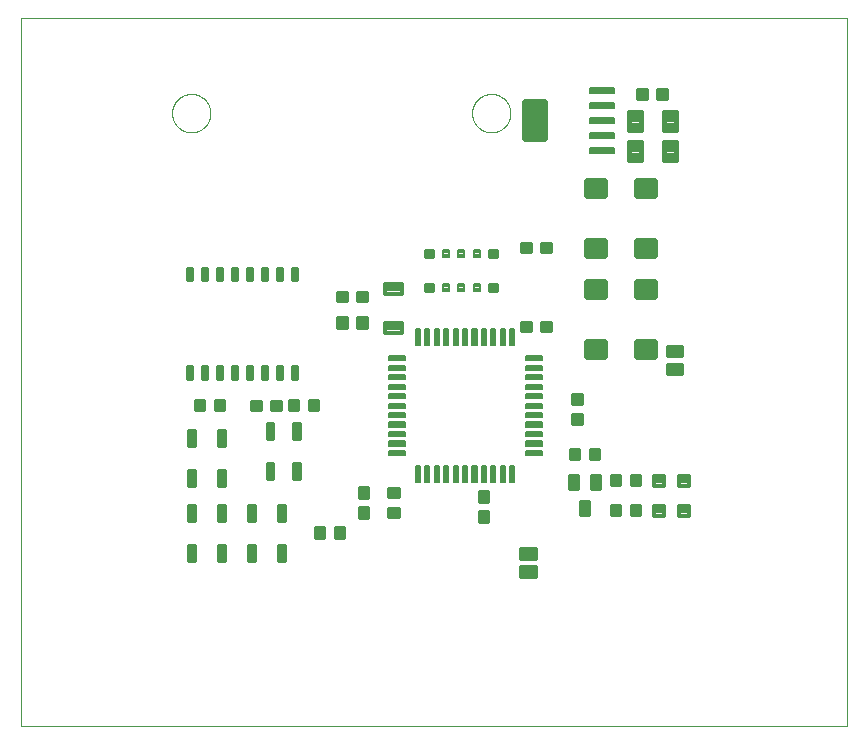
<source format=gtp>
G75*
%MOIN*%
%OFA0B0*%
%FSLAX25Y25*%
%IPPOS*%
%LPD*%
%AMOC8*
5,1,8,0,0,1.08239X$1,22.5*
%
%ADD10C,0.00000*%
%ADD11C,0.00591*%
%ADD12C,0.01181*%
%ADD13C,0.01250*%
%ADD14C,0.00945*%
%ADD15C,0.01417*%
%ADD16C,0.01984*%
%ADD17C,0.00827*%
%ADD18C,0.00650*%
%ADD19C,0.01992*%
%ADD20C,0.01772*%
%ADD21C,0.01380*%
D10*
X0001800Y0001800D02*
X0001800Y0238020D01*
X0277391Y0238020D01*
X0277391Y0001800D01*
X0001800Y0001800D01*
X0052270Y0206170D02*
X0052272Y0206330D01*
X0052278Y0206489D01*
X0052288Y0206648D01*
X0052302Y0206807D01*
X0052320Y0206966D01*
X0052341Y0207124D01*
X0052367Y0207281D01*
X0052397Y0207438D01*
X0052430Y0207594D01*
X0052468Y0207749D01*
X0052509Y0207903D01*
X0052554Y0208056D01*
X0052603Y0208208D01*
X0052656Y0208359D01*
X0052712Y0208508D01*
X0052773Y0208656D01*
X0052836Y0208802D01*
X0052904Y0208947D01*
X0052975Y0209090D01*
X0053049Y0209231D01*
X0053127Y0209370D01*
X0053209Y0209507D01*
X0053294Y0209642D01*
X0053382Y0209775D01*
X0053474Y0209906D01*
X0053568Y0210034D01*
X0053666Y0210160D01*
X0053767Y0210284D01*
X0053871Y0210405D01*
X0053978Y0210523D01*
X0054088Y0210639D01*
X0054201Y0210752D01*
X0054317Y0210862D01*
X0054435Y0210969D01*
X0054556Y0211073D01*
X0054680Y0211174D01*
X0054806Y0211272D01*
X0054934Y0211366D01*
X0055065Y0211458D01*
X0055198Y0211546D01*
X0055333Y0211631D01*
X0055470Y0211713D01*
X0055609Y0211791D01*
X0055750Y0211865D01*
X0055893Y0211936D01*
X0056038Y0212004D01*
X0056184Y0212067D01*
X0056332Y0212128D01*
X0056481Y0212184D01*
X0056632Y0212237D01*
X0056784Y0212286D01*
X0056937Y0212331D01*
X0057091Y0212372D01*
X0057246Y0212410D01*
X0057402Y0212443D01*
X0057559Y0212473D01*
X0057716Y0212499D01*
X0057874Y0212520D01*
X0058033Y0212538D01*
X0058192Y0212552D01*
X0058351Y0212562D01*
X0058510Y0212568D01*
X0058670Y0212570D01*
X0058830Y0212568D01*
X0058989Y0212562D01*
X0059148Y0212552D01*
X0059307Y0212538D01*
X0059466Y0212520D01*
X0059624Y0212499D01*
X0059781Y0212473D01*
X0059938Y0212443D01*
X0060094Y0212410D01*
X0060249Y0212372D01*
X0060403Y0212331D01*
X0060556Y0212286D01*
X0060708Y0212237D01*
X0060859Y0212184D01*
X0061008Y0212128D01*
X0061156Y0212067D01*
X0061302Y0212004D01*
X0061447Y0211936D01*
X0061590Y0211865D01*
X0061731Y0211791D01*
X0061870Y0211713D01*
X0062007Y0211631D01*
X0062142Y0211546D01*
X0062275Y0211458D01*
X0062406Y0211366D01*
X0062534Y0211272D01*
X0062660Y0211174D01*
X0062784Y0211073D01*
X0062905Y0210969D01*
X0063023Y0210862D01*
X0063139Y0210752D01*
X0063252Y0210639D01*
X0063362Y0210523D01*
X0063469Y0210405D01*
X0063573Y0210284D01*
X0063674Y0210160D01*
X0063772Y0210034D01*
X0063866Y0209906D01*
X0063958Y0209775D01*
X0064046Y0209642D01*
X0064131Y0209507D01*
X0064213Y0209370D01*
X0064291Y0209231D01*
X0064365Y0209090D01*
X0064436Y0208947D01*
X0064504Y0208802D01*
X0064567Y0208656D01*
X0064628Y0208508D01*
X0064684Y0208359D01*
X0064737Y0208208D01*
X0064786Y0208056D01*
X0064831Y0207903D01*
X0064872Y0207749D01*
X0064910Y0207594D01*
X0064943Y0207438D01*
X0064973Y0207281D01*
X0064999Y0207124D01*
X0065020Y0206966D01*
X0065038Y0206807D01*
X0065052Y0206648D01*
X0065062Y0206489D01*
X0065068Y0206330D01*
X0065070Y0206170D01*
X0065068Y0206010D01*
X0065062Y0205851D01*
X0065052Y0205692D01*
X0065038Y0205533D01*
X0065020Y0205374D01*
X0064999Y0205216D01*
X0064973Y0205059D01*
X0064943Y0204902D01*
X0064910Y0204746D01*
X0064872Y0204591D01*
X0064831Y0204437D01*
X0064786Y0204284D01*
X0064737Y0204132D01*
X0064684Y0203981D01*
X0064628Y0203832D01*
X0064567Y0203684D01*
X0064504Y0203538D01*
X0064436Y0203393D01*
X0064365Y0203250D01*
X0064291Y0203109D01*
X0064213Y0202970D01*
X0064131Y0202833D01*
X0064046Y0202698D01*
X0063958Y0202565D01*
X0063866Y0202434D01*
X0063772Y0202306D01*
X0063674Y0202180D01*
X0063573Y0202056D01*
X0063469Y0201935D01*
X0063362Y0201817D01*
X0063252Y0201701D01*
X0063139Y0201588D01*
X0063023Y0201478D01*
X0062905Y0201371D01*
X0062784Y0201267D01*
X0062660Y0201166D01*
X0062534Y0201068D01*
X0062406Y0200974D01*
X0062275Y0200882D01*
X0062142Y0200794D01*
X0062007Y0200709D01*
X0061870Y0200627D01*
X0061731Y0200549D01*
X0061590Y0200475D01*
X0061447Y0200404D01*
X0061302Y0200336D01*
X0061156Y0200273D01*
X0061008Y0200212D01*
X0060859Y0200156D01*
X0060708Y0200103D01*
X0060556Y0200054D01*
X0060403Y0200009D01*
X0060249Y0199968D01*
X0060094Y0199930D01*
X0059938Y0199897D01*
X0059781Y0199867D01*
X0059624Y0199841D01*
X0059466Y0199820D01*
X0059307Y0199802D01*
X0059148Y0199788D01*
X0058989Y0199778D01*
X0058830Y0199772D01*
X0058670Y0199770D01*
X0058510Y0199772D01*
X0058351Y0199778D01*
X0058192Y0199788D01*
X0058033Y0199802D01*
X0057874Y0199820D01*
X0057716Y0199841D01*
X0057559Y0199867D01*
X0057402Y0199897D01*
X0057246Y0199930D01*
X0057091Y0199968D01*
X0056937Y0200009D01*
X0056784Y0200054D01*
X0056632Y0200103D01*
X0056481Y0200156D01*
X0056332Y0200212D01*
X0056184Y0200273D01*
X0056038Y0200336D01*
X0055893Y0200404D01*
X0055750Y0200475D01*
X0055609Y0200549D01*
X0055470Y0200627D01*
X0055333Y0200709D01*
X0055198Y0200794D01*
X0055065Y0200882D01*
X0054934Y0200974D01*
X0054806Y0201068D01*
X0054680Y0201166D01*
X0054556Y0201267D01*
X0054435Y0201371D01*
X0054317Y0201478D01*
X0054201Y0201588D01*
X0054088Y0201701D01*
X0053978Y0201817D01*
X0053871Y0201935D01*
X0053767Y0202056D01*
X0053666Y0202180D01*
X0053568Y0202306D01*
X0053474Y0202434D01*
X0053382Y0202565D01*
X0053294Y0202698D01*
X0053209Y0202833D01*
X0053127Y0202970D01*
X0053049Y0203109D01*
X0052975Y0203250D01*
X0052904Y0203393D01*
X0052836Y0203538D01*
X0052773Y0203684D01*
X0052712Y0203832D01*
X0052656Y0203981D01*
X0052603Y0204132D01*
X0052554Y0204284D01*
X0052509Y0204437D01*
X0052468Y0204591D01*
X0052430Y0204746D01*
X0052397Y0204902D01*
X0052367Y0205059D01*
X0052341Y0205216D01*
X0052320Y0205374D01*
X0052302Y0205533D01*
X0052288Y0205692D01*
X0052278Y0205851D01*
X0052272Y0206010D01*
X0052270Y0206170D01*
X0152270Y0206170D02*
X0152272Y0206330D01*
X0152278Y0206489D01*
X0152288Y0206648D01*
X0152302Y0206807D01*
X0152320Y0206966D01*
X0152341Y0207124D01*
X0152367Y0207281D01*
X0152397Y0207438D01*
X0152430Y0207594D01*
X0152468Y0207749D01*
X0152509Y0207903D01*
X0152554Y0208056D01*
X0152603Y0208208D01*
X0152656Y0208359D01*
X0152712Y0208508D01*
X0152773Y0208656D01*
X0152836Y0208802D01*
X0152904Y0208947D01*
X0152975Y0209090D01*
X0153049Y0209231D01*
X0153127Y0209370D01*
X0153209Y0209507D01*
X0153294Y0209642D01*
X0153382Y0209775D01*
X0153474Y0209906D01*
X0153568Y0210034D01*
X0153666Y0210160D01*
X0153767Y0210284D01*
X0153871Y0210405D01*
X0153978Y0210523D01*
X0154088Y0210639D01*
X0154201Y0210752D01*
X0154317Y0210862D01*
X0154435Y0210969D01*
X0154556Y0211073D01*
X0154680Y0211174D01*
X0154806Y0211272D01*
X0154934Y0211366D01*
X0155065Y0211458D01*
X0155198Y0211546D01*
X0155333Y0211631D01*
X0155470Y0211713D01*
X0155609Y0211791D01*
X0155750Y0211865D01*
X0155893Y0211936D01*
X0156038Y0212004D01*
X0156184Y0212067D01*
X0156332Y0212128D01*
X0156481Y0212184D01*
X0156632Y0212237D01*
X0156784Y0212286D01*
X0156937Y0212331D01*
X0157091Y0212372D01*
X0157246Y0212410D01*
X0157402Y0212443D01*
X0157559Y0212473D01*
X0157716Y0212499D01*
X0157874Y0212520D01*
X0158033Y0212538D01*
X0158192Y0212552D01*
X0158351Y0212562D01*
X0158510Y0212568D01*
X0158670Y0212570D01*
X0158830Y0212568D01*
X0158989Y0212562D01*
X0159148Y0212552D01*
X0159307Y0212538D01*
X0159466Y0212520D01*
X0159624Y0212499D01*
X0159781Y0212473D01*
X0159938Y0212443D01*
X0160094Y0212410D01*
X0160249Y0212372D01*
X0160403Y0212331D01*
X0160556Y0212286D01*
X0160708Y0212237D01*
X0160859Y0212184D01*
X0161008Y0212128D01*
X0161156Y0212067D01*
X0161302Y0212004D01*
X0161447Y0211936D01*
X0161590Y0211865D01*
X0161731Y0211791D01*
X0161870Y0211713D01*
X0162007Y0211631D01*
X0162142Y0211546D01*
X0162275Y0211458D01*
X0162406Y0211366D01*
X0162534Y0211272D01*
X0162660Y0211174D01*
X0162784Y0211073D01*
X0162905Y0210969D01*
X0163023Y0210862D01*
X0163139Y0210752D01*
X0163252Y0210639D01*
X0163362Y0210523D01*
X0163469Y0210405D01*
X0163573Y0210284D01*
X0163674Y0210160D01*
X0163772Y0210034D01*
X0163866Y0209906D01*
X0163958Y0209775D01*
X0164046Y0209642D01*
X0164131Y0209507D01*
X0164213Y0209370D01*
X0164291Y0209231D01*
X0164365Y0209090D01*
X0164436Y0208947D01*
X0164504Y0208802D01*
X0164567Y0208656D01*
X0164628Y0208508D01*
X0164684Y0208359D01*
X0164737Y0208208D01*
X0164786Y0208056D01*
X0164831Y0207903D01*
X0164872Y0207749D01*
X0164910Y0207594D01*
X0164943Y0207438D01*
X0164973Y0207281D01*
X0164999Y0207124D01*
X0165020Y0206966D01*
X0165038Y0206807D01*
X0165052Y0206648D01*
X0165062Y0206489D01*
X0165068Y0206330D01*
X0165070Y0206170D01*
X0165068Y0206010D01*
X0165062Y0205851D01*
X0165052Y0205692D01*
X0165038Y0205533D01*
X0165020Y0205374D01*
X0164999Y0205216D01*
X0164973Y0205059D01*
X0164943Y0204902D01*
X0164910Y0204746D01*
X0164872Y0204591D01*
X0164831Y0204437D01*
X0164786Y0204284D01*
X0164737Y0204132D01*
X0164684Y0203981D01*
X0164628Y0203832D01*
X0164567Y0203684D01*
X0164504Y0203538D01*
X0164436Y0203393D01*
X0164365Y0203250D01*
X0164291Y0203109D01*
X0164213Y0202970D01*
X0164131Y0202833D01*
X0164046Y0202698D01*
X0163958Y0202565D01*
X0163866Y0202434D01*
X0163772Y0202306D01*
X0163674Y0202180D01*
X0163573Y0202056D01*
X0163469Y0201935D01*
X0163362Y0201817D01*
X0163252Y0201701D01*
X0163139Y0201588D01*
X0163023Y0201478D01*
X0162905Y0201371D01*
X0162784Y0201267D01*
X0162660Y0201166D01*
X0162534Y0201068D01*
X0162406Y0200974D01*
X0162275Y0200882D01*
X0162142Y0200794D01*
X0162007Y0200709D01*
X0161870Y0200627D01*
X0161731Y0200549D01*
X0161590Y0200475D01*
X0161447Y0200404D01*
X0161302Y0200336D01*
X0161156Y0200273D01*
X0161008Y0200212D01*
X0160859Y0200156D01*
X0160708Y0200103D01*
X0160556Y0200054D01*
X0160403Y0200009D01*
X0160249Y0199968D01*
X0160094Y0199930D01*
X0159938Y0199897D01*
X0159781Y0199867D01*
X0159624Y0199841D01*
X0159466Y0199820D01*
X0159307Y0199802D01*
X0159148Y0199788D01*
X0158989Y0199778D01*
X0158830Y0199772D01*
X0158670Y0199770D01*
X0158510Y0199772D01*
X0158351Y0199778D01*
X0158192Y0199788D01*
X0158033Y0199802D01*
X0157874Y0199820D01*
X0157716Y0199841D01*
X0157559Y0199867D01*
X0157402Y0199897D01*
X0157246Y0199930D01*
X0157091Y0199968D01*
X0156937Y0200009D01*
X0156784Y0200054D01*
X0156632Y0200103D01*
X0156481Y0200156D01*
X0156332Y0200212D01*
X0156184Y0200273D01*
X0156038Y0200336D01*
X0155893Y0200404D01*
X0155750Y0200475D01*
X0155609Y0200549D01*
X0155470Y0200627D01*
X0155333Y0200709D01*
X0155198Y0200794D01*
X0155065Y0200882D01*
X0154934Y0200974D01*
X0154806Y0201068D01*
X0154680Y0201166D01*
X0154556Y0201267D01*
X0154435Y0201371D01*
X0154317Y0201478D01*
X0154201Y0201588D01*
X0154088Y0201701D01*
X0153978Y0201817D01*
X0153871Y0201935D01*
X0153767Y0202056D01*
X0153666Y0202180D01*
X0153568Y0202306D01*
X0153474Y0202434D01*
X0153382Y0202565D01*
X0153294Y0202698D01*
X0153209Y0202833D01*
X0153127Y0202970D01*
X0153049Y0203109D01*
X0152975Y0203250D01*
X0152904Y0203393D01*
X0152836Y0203538D01*
X0152773Y0203684D01*
X0152712Y0203832D01*
X0152656Y0203981D01*
X0152603Y0204132D01*
X0152554Y0204284D01*
X0152509Y0204437D01*
X0152468Y0204591D01*
X0152430Y0204746D01*
X0152397Y0204902D01*
X0152367Y0205059D01*
X0152341Y0205216D01*
X0152320Y0205374D01*
X0152302Y0205533D01*
X0152288Y0205692D01*
X0152278Y0205851D01*
X0152272Y0206010D01*
X0152270Y0206170D01*
D11*
X0153759Y0134163D02*
X0153759Y0128847D01*
X0152381Y0128847D01*
X0152381Y0134163D01*
X0153759Y0134163D01*
X0153759Y0129437D02*
X0152381Y0129437D01*
X0152381Y0130027D02*
X0153759Y0130027D01*
X0153759Y0130617D02*
X0152381Y0130617D01*
X0152381Y0131207D02*
X0153759Y0131207D01*
X0153759Y0131797D02*
X0152381Y0131797D01*
X0152381Y0132387D02*
X0153759Y0132387D01*
X0153759Y0132977D02*
X0152381Y0132977D01*
X0152381Y0133567D02*
X0153759Y0133567D01*
X0153759Y0134157D02*
X0152381Y0134157D01*
X0150609Y0134163D02*
X0150609Y0128847D01*
X0149231Y0128847D01*
X0149231Y0134163D01*
X0150609Y0134163D01*
X0150609Y0129437D02*
X0149231Y0129437D01*
X0149231Y0130027D02*
X0150609Y0130027D01*
X0150609Y0130617D02*
X0149231Y0130617D01*
X0149231Y0131207D02*
X0150609Y0131207D01*
X0150609Y0131797D02*
X0149231Y0131797D01*
X0149231Y0132387D02*
X0150609Y0132387D01*
X0150609Y0132977D02*
X0149231Y0132977D01*
X0149231Y0133567D02*
X0150609Y0133567D01*
X0150609Y0134157D02*
X0149231Y0134157D01*
X0147459Y0134163D02*
X0147459Y0128847D01*
X0146081Y0128847D01*
X0146081Y0134163D01*
X0147459Y0134163D01*
X0147459Y0129437D02*
X0146081Y0129437D01*
X0146081Y0130027D02*
X0147459Y0130027D01*
X0147459Y0130617D02*
X0146081Y0130617D01*
X0146081Y0131207D02*
X0147459Y0131207D01*
X0147459Y0131797D02*
X0146081Y0131797D01*
X0146081Y0132387D02*
X0147459Y0132387D01*
X0147459Y0132977D02*
X0146081Y0132977D01*
X0146081Y0133567D02*
X0147459Y0133567D01*
X0147459Y0134157D02*
X0146081Y0134157D01*
X0144310Y0134163D02*
X0144310Y0128847D01*
X0142932Y0128847D01*
X0142932Y0134163D01*
X0144310Y0134163D01*
X0144310Y0129437D02*
X0142932Y0129437D01*
X0142932Y0130027D02*
X0144310Y0130027D01*
X0144310Y0130617D02*
X0142932Y0130617D01*
X0142932Y0131207D02*
X0144310Y0131207D01*
X0144310Y0131797D02*
X0142932Y0131797D01*
X0142932Y0132387D02*
X0144310Y0132387D01*
X0144310Y0132977D02*
X0142932Y0132977D01*
X0142932Y0133567D02*
X0144310Y0133567D01*
X0144310Y0134157D02*
X0142932Y0134157D01*
X0141160Y0134163D02*
X0141160Y0128847D01*
X0139782Y0128847D01*
X0139782Y0134163D01*
X0141160Y0134163D01*
X0141160Y0129437D02*
X0139782Y0129437D01*
X0139782Y0130027D02*
X0141160Y0130027D01*
X0141160Y0130617D02*
X0139782Y0130617D01*
X0139782Y0131207D02*
X0141160Y0131207D01*
X0141160Y0131797D02*
X0139782Y0131797D01*
X0139782Y0132387D02*
X0141160Y0132387D01*
X0141160Y0132977D02*
X0139782Y0132977D01*
X0139782Y0133567D02*
X0141160Y0133567D01*
X0141160Y0134157D02*
X0139782Y0134157D01*
X0138011Y0134163D02*
X0138011Y0128847D01*
X0136633Y0128847D01*
X0136633Y0134163D01*
X0138011Y0134163D01*
X0138011Y0129437D02*
X0136633Y0129437D01*
X0136633Y0130027D02*
X0138011Y0130027D01*
X0138011Y0130617D02*
X0136633Y0130617D01*
X0136633Y0131207D02*
X0138011Y0131207D01*
X0138011Y0131797D02*
X0136633Y0131797D01*
X0136633Y0132387D02*
X0138011Y0132387D01*
X0138011Y0132977D02*
X0136633Y0132977D01*
X0136633Y0133567D02*
X0138011Y0133567D01*
X0138011Y0134157D02*
X0136633Y0134157D01*
X0134861Y0134163D02*
X0134861Y0128847D01*
X0133483Y0128847D01*
X0133483Y0134163D01*
X0134861Y0134163D01*
X0134861Y0129437D02*
X0133483Y0129437D01*
X0133483Y0130027D02*
X0134861Y0130027D01*
X0134861Y0130617D02*
X0133483Y0130617D01*
X0133483Y0131207D02*
X0134861Y0131207D01*
X0134861Y0131797D02*
X0133483Y0131797D01*
X0133483Y0132387D02*
X0134861Y0132387D01*
X0134861Y0132977D02*
X0133483Y0132977D01*
X0133483Y0133567D02*
X0134861Y0133567D01*
X0134861Y0134157D02*
X0133483Y0134157D01*
X0129743Y0125107D02*
X0129743Y0123729D01*
X0124427Y0123729D01*
X0124427Y0125107D01*
X0129743Y0125107D01*
X0129743Y0124319D02*
X0124427Y0124319D01*
X0124427Y0124909D02*
X0129743Y0124909D01*
X0129743Y0121958D02*
X0129743Y0120580D01*
X0124427Y0120580D01*
X0124427Y0121958D01*
X0129743Y0121958D01*
X0129743Y0121170D02*
X0124427Y0121170D01*
X0124427Y0121760D02*
X0129743Y0121760D01*
X0129743Y0118808D02*
X0129743Y0117430D01*
X0124427Y0117430D01*
X0124427Y0118808D01*
X0129743Y0118808D01*
X0129743Y0118020D02*
X0124427Y0118020D01*
X0124427Y0118610D02*
X0129743Y0118610D01*
X0129743Y0115658D02*
X0129743Y0114280D01*
X0124427Y0114280D01*
X0124427Y0115658D01*
X0129743Y0115658D01*
X0129743Y0114870D02*
X0124427Y0114870D01*
X0124427Y0115460D02*
X0129743Y0115460D01*
X0129743Y0112509D02*
X0129743Y0111131D01*
X0124427Y0111131D01*
X0124427Y0112509D01*
X0129743Y0112509D01*
X0129743Y0111721D02*
X0124427Y0111721D01*
X0124427Y0112311D02*
X0129743Y0112311D01*
X0129743Y0109359D02*
X0129743Y0107981D01*
X0124427Y0107981D01*
X0124427Y0109359D01*
X0129743Y0109359D01*
X0129743Y0108571D02*
X0124427Y0108571D01*
X0124427Y0109161D02*
X0129743Y0109161D01*
X0129743Y0106209D02*
X0129743Y0104831D01*
X0124427Y0104831D01*
X0124427Y0106209D01*
X0129743Y0106209D01*
X0129743Y0105421D02*
X0124427Y0105421D01*
X0124427Y0106011D02*
X0129743Y0106011D01*
X0129743Y0103060D02*
X0129743Y0101682D01*
X0124427Y0101682D01*
X0124427Y0103060D01*
X0129743Y0103060D01*
X0129743Y0102272D02*
X0124427Y0102272D01*
X0124427Y0102862D02*
X0129743Y0102862D01*
X0129743Y0099910D02*
X0129743Y0098532D01*
X0124427Y0098532D01*
X0124427Y0099910D01*
X0129743Y0099910D01*
X0129743Y0099122D02*
X0124427Y0099122D01*
X0124427Y0099712D02*
X0129743Y0099712D01*
X0129743Y0096761D02*
X0129743Y0095383D01*
X0124427Y0095383D01*
X0124427Y0096761D01*
X0129743Y0096761D01*
X0129743Y0095973D02*
X0124427Y0095973D01*
X0124427Y0096563D02*
X0129743Y0096563D01*
X0129743Y0093611D02*
X0129743Y0092233D01*
X0124427Y0092233D01*
X0124427Y0093611D01*
X0129743Y0093611D01*
X0129743Y0092823D02*
X0124427Y0092823D01*
X0124427Y0093413D02*
X0129743Y0093413D01*
X0134861Y0088493D02*
X0134861Y0083177D01*
X0133483Y0083177D01*
X0133483Y0088493D01*
X0134861Y0088493D01*
X0134861Y0083767D02*
X0133483Y0083767D01*
X0133483Y0084357D02*
X0134861Y0084357D01*
X0134861Y0084947D02*
X0133483Y0084947D01*
X0133483Y0085537D02*
X0134861Y0085537D01*
X0134861Y0086127D02*
X0133483Y0086127D01*
X0133483Y0086717D02*
X0134861Y0086717D01*
X0134861Y0087307D02*
X0133483Y0087307D01*
X0133483Y0087897D02*
X0134861Y0087897D01*
X0134861Y0088487D02*
X0133483Y0088487D01*
X0138011Y0088493D02*
X0138011Y0083177D01*
X0136633Y0083177D01*
X0136633Y0088493D01*
X0138011Y0088493D01*
X0138011Y0083767D02*
X0136633Y0083767D01*
X0136633Y0084357D02*
X0138011Y0084357D01*
X0138011Y0084947D02*
X0136633Y0084947D01*
X0136633Y0085537D02*
X0138011Y0085537D01*
X0138011Y0086127D02*
X0136633Y0086127D01*
X0136633Y0086717D02*
X0138011Y0086717D01*
X0138011Y0087307D02*
X0136633Y0087307D01*
X0136633Y0087897D02*
X0138011Y0087897D01*
X0138011Y0088487D02*
X0136633Y0088487D01*
X0141160Y0088493D02*
X0141160Y0083177D01*
X0139782Y0083177D01*
X0139782Y0088493D01*
X0141160Y0088493D01*
X0141160Y0083767D02*
X0139782Y0083767D01*
X0139782Y0084357D02*
X0141160Y0084357D01*
X0141160Y0084947D02*
X0139782Y0084947D01*
X0139782Y0085537D02*
X0141160Y0085537D01*
X0141160Y0086127D02*
X0139782Y0086127D01*
X0139782Y0086717D02*
X0141160Y0086717D01*
X0141160Y0087307D02*
X0139782Y0087307D01*
X0139782Y0087897D02*
X0141160Y0087897D01*
X0141160Y0088487D02*
X0139782Y0088487D01*
X0144310Y0088493D02*
X0144310Y0083177D01*
X0142932Y0083177D01*
X0142932Y0088493D01*
X0144310Y0088493D01*
X0144310Y0083767D02*
X0142932Y0083767D01*
X0142932Y0084357D02*
X0144310Y0084357D01*
X0144310Y0084947D02*
X0142932Y0084947D01*
X0142932Y0085537D02*
X0144310Y0085537D01*
X0144310Y0086127D02*
X0142932Y0086127D01*
X0142932Y0086717D02*
X0144310Y0086717D01*
X0144310Y0087307D02*
X0142932Y0087307D01*
X0142932Y0087897D02*
X0144310Y0087897D01*
X0144310Y0088487D02*
X0142932Y0088487D01*
X0147459Y0088493D02*
X0147459Y0083177D01*
X0146081Y0083177D01*
X0146081Y0088493D01*
X0147459Y0088493D01*
X0147459Y0083767D02*
X0146081Y0083767D01*
X0146081Y0084357D02*
X0147459Y0084357D01*
X0147459Y0084947D02*
X0146081Y0084947D01*
X0146081Y0085537D02*
X0147459Y0085537D01*
X0147459Y0086127D02*
X0146081Y0086127D01*
X0146081Y0086717D02*
X0147459Y0086717D01*
X0147459Y0087307D02*
X0146081Y0087307D01*
X0146081Y0087897D02*
X0147459Y0087897D01*
X0147459Y0088487D02*
X0146081Y0088487D01*
X0150609Y0088493D02*
X0150609Y0083177D01*
X0149231Y0083177D01*
X0149231Y0088493D01*
X0150609Y0088493D01*
X0150609Y0083767D02*
X0149231Y0083767D01*
X0149231Y0084357D02*
X0150609Y0084357D01*
X0150609Y0084947D02*
X0149231Y0084947D01*
X0149231Y0085537D02*
X0150609Y0085537D01*
X0150609Y0086127D02*
X0149231Y0086127D01*
X0149231Y0086717D02*
X0150609Y0086717D01*
X0150609Y0087307D02*
X0149231Y0087307D01*
X0149231Y0087897D02*
X0150609Y0087897D01*
X0150609Y0088487D02*
X0149231Y0088487D01*
X0153759Y0088493D02*
X0153759Y0083177D01*
X0152381Y0083177D01*
X0152381Y0088493D01*
X0153759Y0088493D01*
X0153759Y0083767D02*
X0152381Y0083767D01*
X0152381Y0084357D02*
X0153759Y0084357D01*
X0153759Y0084947D02*
X0152381Y0084947D01*
X0152381Y0085537D02*
X0153759Y0085537D01*
X0153759Y0086127D02*
X0152381Y0086127D01*
X0152381Y0086717D02*
X0153759Y0086717D01*
X0153759Y0087307D02*
X0152381Y0087307D01*
X0152381Y0087897D02*
X0153759Y0087897D01*
X0153759Y0088487D02*
X0152381Y0088487D01*
X0156908Y0088493D02*
X0156908Y0083177D01*
X0155530Y0083177D01*
X0155530Y0088493D01*
X0156908Y0088493D01*
X0156908Y0083767D02*
X0155530Y0083767D01*
X0155530Y0084357D02*
X0156908Y0084357D01*
X0156908Y0084947D02*
X0155530Y0084947D01*
X0155530Y0085537D02*
X0156908Y0085537D01*
X0156908Y0086127D02*
X0155530Y0086127D01*
X0155530Y0086717D02*
X0156908Y0086717D01*
X0156908Y0087307D02*
X0155530Y0087307D01*
X0155530Y0087897D02*
X0156908Y0087897D01*
X0156908Y0088487D02*
X0155530Y0088487D01*
X0160058Y0088493D02*
X0160058Y0083177D01*
X0158680Y0083177D01*
X0158680Y0088493D01*
X0160058Y0088493D01*
X0160058Y0083767D02*
X0158680Y0083767D01*
X0158680Y0084357D02*
X0160058Y0084357D01*
X0160058Y0084947D02*
X0158680Y0084947D01*
X0158680Y0085537D02*
X0160058Y0085537D01*
X0160058Y0086127D02*
X0158680Y0086127D01*
X0158680Y0086717D02*
X0160058Y0086717D01*
X0160058Y0087307D02*
X0158680Y0087307D01*
X0158680Y0087897D02*
X0160058Y0087897D01*
X0160058Y0088487D02*
X0158680Y0088487D01*
X0163208Y0088493D02*
X0163208Y0083177D01*
X0161830Y0083177D01*
X0161830Y0088493D01*
X0163208Y0088493D01*
X0163208Y0083767D02*
X0161830Y0083767D01*
X0161830Y0084357D02*
X0163208Y0084357D01*
X0163208Y0084947D02*
X0161830Y0084947D01*
X0161830Y0085537D02*
X0163208Y0085537D01*
X0163208Y0086127D02*
X0161830Y0086127D01*
X0161830Y0086717D02*
X0163208Y0086717D01*
X0163208Y0087307D02*
X0161830Y0087307D01*
X0161830Y0087897D02*
X0163208Y0087897D01*
X0163208Y0088487D02*
X0161830Y0088487D01*
X0166357Y0088493D02*
X0166357Y0083177D01*
X0164979Y0083177D01*
X0164979Y0088493D01*
X0166357Y0088493D01*
X0166357Y0083767D02*
X0164979Y0083767D01*
X0164979Y0084357D02*
X0166357Y0084357D01*
X0166357Y0084947D02*
X0164979Y0084947D01*
X0164979Y0085537D02*
X0166357Y0085537D01*
X0166357Y0086127D02*
X0164979Y0086127D01*
X0164979Y0086717D02*
X0166357Y0086717D01*
X0166357Y0087307D02*
X0164979Y0087307D01*
X0164979Y0087897D02*
X0166357Y0087897D01*
X0166357Y0088487D02*
X0164979Y0088487D01*
X0175413Y0092233D02*
X0175413Y0093611D01*
X0175413Y0092233D02*
X0170097Y0092233D01*
X0170097Y0093611D01*
X0175413Y0093611D01*
X0175413Y0092823D02*
X0170097Y0092823D01*
X0170097Y0093413D02*
X0175413Y0093413D01*
X0175413Y0095383D02*
X0175413Y0096761D01*
X0175413Y0095383D02*
X0170097Y0095383D01*
X0170097Y0096761D01*
X0175413Y0096761D01*
X0175413Y0095973D02*
X0170097Y0095973D01*
X0170097Y0096563D02*
X0175413Y0096563D01*
X0175413Y0098532D02*
X0175413Y0099910D01*
X0175413Y0098532D02*
X0170097Y0098532D01*
X0170097Y0099910D01*
X0175413Y0099910D01*
X0175413Y0099122D02*
X0170097Y0099122D01*
X0170097Y0099712D02*
X0175413Y0099712D01*
X0175413Y0101682D02*
X0175413Y0103060D01*
X0175413Y0101682D02*
X0170097Y0101682D01*
X0170097Y0103060D01*
X0175413Y0103060D01*
X0175413Y0102272D02*
X0170097Y0102272D01*
X0170097Y0102862D02*
X0175413Y0102862D01*
X0175413Y0104831D02*
X0175413Y0106209D01*
X0175413Y0104831D02*
X0170097Y0104831D01*
X0170097Y0106209D01*
X0175413Y0106209D01*
X0175413Y0105421D02*
X0170097Y0105421D01*
X0170097Y0106011D02*
X0175413Y0106011D01*
X0175413Y0107981D02*
X0175413Y0109359D01*
X0175413Y0107981D02*
X0170097Y0107981D01*
X0170097Y0109359D01*
X0175413Y0109359D01*
X0175413Y0108571D02*
X0170097Y0108571D01*
X0170097Y0109161D02*
X0175413Y0109161D01*
X0175413Y0111131D02*
X0175413Y0112509D01*
X0175413Y0111131D02*
X0170097Y0111131D01*
X0170097Y0112509D01*
X0175413Y0112509D01*
X0175413Y0111721D02*
X0170097Y0111721D01*
X0170097Y0112311D02*
X0175413Y0112311D01*
X0175413Y0114280D02*
X0175413Y0115658D01*
X0175413Y0114280D02*
X0170097Y0114280D01*
X0170097Y0115658D01*
X0175413Y0115658D01*
X0175413Y0114870D02*
X0170097Y0114870D01*
X0170097Y0115460D02*
X0175413Y0115460D01*
X0175413Y0117430D02*
X0175413Y0118808D01*
X0175413Y0117430D02*
X0170097Y0117430D01*
X0170097Y0118808D01*
X0175413Y0118808D01*
X0175413Y0118020D02*
X0170097Y0118020D01*
X0170097Y0118610D02*
X0175413Y0118610D01*
X0175413Y0120580D02*
X0175413Y0121958D01*
X0175413Y0120580D02*
X0170097Y0120580D01*
X0170097Y0121958D01*
X0175413Y0121958D01*
X0175413Y0121170D02*
X0170097Y0121170D01*
X0170097Y0121760D02*
X0175413Y0121760D01*
X0175413Y0123729D02*
X0175413Y0125107D01*
X0175413Y0123729D02*
X0170097Y0123729D01*
X0170097Y0125107D01*
X0175413Y0125107D01*
X0175413Y0124319D02*
X0170097Y0124319D01*
X0170097Y0124909D02*
X0175413Y0124909D01*
X0166357Y0128847D02*
X0166357Y0134163D01*
X0166357Y0128847D02*
X0164979Y0128847D01*
X0164979Y0134163D01*
X0166357Y0134163D01*
X0166357Y0129437D02*
X0164979Y0129437D01*
X0164979Y0130027D02*
X0166357Y0130027D01*
X0166357Y0130617D02*
X0164979Y0130617D01*
X0164979Y0131207D02*
X0166357Y0131207D01*
X0166357Y0131797D02*
X0164979Y0131797D01*
X0164979Y0132387D02*
X0166357Y0132387D01*
X0166357Y0132977D02*
X0164979Y0132977D01*
X0164979Y0133567D02*
X0166357Y0133567D01*
X0166357Y0134157D02*
X0164979Y0134157D01*
X0163208Y0134163D02*
X0163208Y0128847D01*
X0161830Y0128847D01*
X0161830Y0134163D01*
X0163208Y0134163D01*
X0163208Y0129437D02*
X0161830Y0129437D01*
X0161830Y0130027D02*
X0163208Y0130027D01*
X0163208Y0130617D02*
X0161830Y0130617D01*
X0161830Y0131207D02*
X0163208Y0131207D01*
X0163208Y0131797D02*
X0161830Y0131797D01*
X0161830Y0132387D02*
X0163208Y0132387D01*
X0163208Y0132977D02*
X0161830Y0132977D01*
X0161830Y0133567D02*
X0163208Y0133567D01*
X0163208Y0134157D02*
X0161830Y0134157D01*
X0160058Y0134163D02*
X0160058Y0128847D01*
X0158680Y0128847D01*
X0158680Y0134163D01*
X0160058Y0134163D01*
X0160058Y0129437D02*
X0158680Y0129437D01*
X0158680Y0130027D02*
X0160058Y0130027D01*
X0160058Y0130617D02*
X0158680Y0130617D01*
X0158680Y0131207D02*
X0160058Y0131207D01*
X0160058Y0131797D02*
X0158680Y0131797D01*
X0158680Y0132387D02*
X0160058Y0132387D01*
X0160058Y0132977D02*
X0158680Y0132977D01*
X0158680Y0133567D02*
X0160058Y0133567D01*
X0160058Y0134157D02*
X0158680Y0134157D01*
X0156908Y0134163D02*
X0156908Y0128847D01*
X0155530Y0128847D01*
X0155530Y0134163D01*
X0156908Y0134163D01*
X0156908Y0129437D02*
X0155530Y0129437D01*
X0155530Y0130027D02*
X0156908Y0130027D01*
X0156908Y0130617D02*
X0155530Y0130617D01*
X0155530Y0131207D02*
X0156908Y0131207D01*
X0156908Y0131797D02*
X0155530Y0131797D01*
X0155530Y0132387D02*
X0156908Y0132387D01*
X0156908Y0132977D02*
X0155530Y0132977D01*
X0155530Y0133567D02*
X0156908Y0133567D01*
X0156908Y0134157D02*
X0155530Y0134157D01*
D12*
X0168749Y0133542D02*
X0171899Y0133542D01*
X0168749Y0133542D02*
X0168749Y0136298D01*
X0171899Y0136298D01*
X0171899Y0133542D01*
X0171899Y0134722D02*
X0168749Y0134722D01*
X0168749Y0135902D02*
X0171899Y0135902D01*
X0175442Y0133542D02*
X0178592Y0133542D01*
X0175442Y0133542D02*
X0175442Y0136298D01*
X0178592Y0136298D01*
X0178592Y0133542D01*
X0178592Y0134722D02*
X0175442Y0134722D01*
X0175442Y0135902D02*
X0178592Y0135902D01*
X0178592Y0162548D02*
X0175442Y0162548D01*
X0178592Y0162548D02*
X0178592Y0159792D01*
X0175442Y0159792D01*
X0175442Y0162548D01*
X0175442Y0160972D02*
X0178592Y0160972D01*
X0178592Y0162152D02*
X0175442Y0162152D01*
X0171899Y0162548D02*
X0168749Y0162548D01*
X0171899Y0162548D02*
X0171899Y0159792D01*
X0168749Y0159792D01*
X0168749Y0162548D01*
X0168749Y0160972D02*
X0171899Y0160972D01*
X0171899Y0162152D02*
X0168749Y0162152D01*
X0117342Y0146298D02*
X0114192Y0146298D01*
X0117342Y0146298D02*
X0117342Y0143542D01*
X0114192Y0143542D01*
X0114192Y0146298D01*
X0114192Y0144722D02*
X0117342Y0144722D01*
X0117342Y0145902D02*
X0114192Y0145902D01*
X0110649Y0146298D02*
X0107499Y0146298D01*
X0110649Y0146298D02*
X0110649Y0143542D01*
X0107499Y0143542D01*
X0107499Y0146298D01*
X0107499Y0144722D02*
X0110649Y0144722D01*
X0110649Y0145902D02*
X0107499Y0145902D01*
X0107696Y0134595D02*
X0110452Y0134595D01*
X0107696Y0134595D02*
X0107696Y0137745D01*
X0110452Y0137745D01*
X0110452Y0134595D01*
X0110452Y0135775D02*
X0107696Y0135775D01*
X0107696Y0136955D02*
X0110452Y0136955D01*
X0114389Y0134595D02*
X0117145Y0134595D01*
X0114389Y0134595D02*
X0114389Y0137745D01*
X0117145Y0137745D01*
X0117145Y0134595D01*
X0117145Y0135775D02*
X0114389Y0135775D01*
X0114389Y0136955D02*
X0117145Y0136955D01*
X0100895Y0107095D02*
X0098139Y0107095D01*
X0098139Y0110245D01*
X0100895Y0110245D01*
X0100895Y0107095D01*
X0100895Y0108275D02*
X0098139Y0108275D01*
X0098139Y0109455D02*
X0100895Y0109455D01*
X0094202Y0107095D02*
X0091446Y0107095D01*
X0091446Y0110245D01*
X0094202Y0110245D01*
X0094202Y0107095D01*
X0094202Y0108275D02*
X0091446Y0108275D01*
X0091446Y0109455D02*
X0094202Y0109455D01*
X0088592Y0110048D02*
X0085442Y0110048D01*
X0088592Y0110048D02*
X0088592Y0107292D01*
X0085442Y0107292D01*
X0085442Y0110048D01*
X0085442Y0108472D02*
X0088592Y0108472D01*
X0088592Y0109652D02*
X0085442Y0109652D01*
X0081899Y0110048D02*
X0078749Y0110048D01*
X0081899Y0110048D02*
X0081899Y0107292D01*
X0078749Y0107292D01*
X0078749Y0110048D01*
X0078749Y0108472D02*
X0081899Y0108472D01*
X0081899Y0109652D02*
X0078749Y0109652D01*
X0069645Y0107095D02*
X0066889Y0107095D01*
X0066889Y0110245D01*
X0069645Y0110245D01*
X0069645Y0107095D01*
X0069645Y0108275D02*
X0066889Y0108275D01*
X0066889Y0109455D02*
X0069645Y0109455D01*
X0062952Y0107095D02*
X0060196Y0107095D01*
X0060196Y0110245D01*
X0062952Y0110245D01*
X0062952Y0107095D01*
X0062952Y0108275D02*
X0060196Y0108275D01*
X0060196Y0109455D02*
X0062952Y0109455D01*
X0100196Y0067745D02*
X0102952Y0067745D01*
X0102952Y0064595D01*
X0100196Y0064595D01*
X0100196Y0067745D01*
X0100196Y0065775D02*
X0102952Y0065775D01*
X0102952Y0066955D02*
X0100196Y0066955D01*
X0106889Y0067745D02*
X0109645Y0067745D01*
X0109645Y0064595D01*
X0106889Y0064595D01*
X0106889Y0067745D01*
X0106889Y0065775D02*
X0109645Y0065775D01*
X0109645Y0066955D02*
X0106889Y0066955D01*
X0114792Y0071249D02*
X0114792Y0074399D01*
X0117548Y0074399D01*
X0117548Y0071249D01*
X0114792Y0071249D01*
X0114792Y0072429D02*
X0117548Y0072429D01*
X0117548Y0073609D02*
X0114792Y0073609D01*
X0114792Y0077942D02*
X0114792Y0081092D01*
X0117548Y0081092D01*
X0117548Y0077942D01*
X0114792Y0077942D01*
X0114792Y0079122D02*
X0117548Y0079122D01*
X0117548Y0080302D02*
X0114792Y0080302D01*
X0127745Y0080895D02*
X0127745Y0078139D01*
X0124595Y0078139D01*
X0124595Y0080895D01*
X0127745Y0080895D01*
X0127745Y0079319D02*
X0124595Y0079319D01*
X0124595Y0080499D02*
X0127745Y0080499D01*
X0127745Y0074202D02*
X0127745Y0071446D01*
X0124595Y0071446D01*
X0124595Y0074202D01*
X0127745Y0074202D01*
X0127745Y0072626D02*
X0124595Y0072626D01*
X0124595Y0073806D02*
X0127745Y0073806D01*
X0154792Y0073149D02*
X0154792Y0069999D01*
X0154792Y0073149D02*
X0157548Y0073149D01*
X0157548Y0069999D01*
X0154792Y0069999D01*
X0154792Y0071179D02*
X0157548Y0071179D01*
X0157548Y0072359D02*
X0154792Y0072359D01*
X0154792Y0076692D02*
X0154792Y0079842D01*
X0157548Y0079842D01*
X0157548Y0076692D01*
X0154792Y0076692D01*
X0154792Y0077872D02*
X0157548Y0077872D01*
X0157548Y0079052D02*
X0154792Y0079052D01*
X0184802Y0085167D02*
X0187558Y0085167D01*
X0187558Y0080835D01*
X0184802Y0080835D01*
X0184802Y0085167D01*
X0184802Y0082015D02*
X0187558Y0082015D01*
X0187558Y0083195D02*
X0184802Y0083195D01*
X0184802Y0084375D02*
X0187558Y0084375D01*
X0192282Y0085167D02*
X0195038Y0085167D01*
X0195038Y0080835D01*
X0192282Y0080835D01*
X0192282Y0085167D01*
X0192282Y0082015D02*
X0195038Y0082015D01*
X0195038Y0083195D02*
X0192282Y0083195D01*
X0192282Y0084375D02*
X0195038Y0084375D01*
X0198946Y0085245D02*
X0201702Y0085245D01*
X0201702Y0082095D01*
X0198946Y0082095D01*
X0198946Y0085245D01*
X0198946Y0083275D02*
X0201702Y0083275D01*
X0201702Y0084455D02*
X0198946Y0084455D01*
X0205639Y0085245D02*
X0208395Y0085245D01*
X0208395Y0082095D01*
X0205639Y0082095D01*
X0205639Y0085245D01*
X0205639Y0083275D02*
X0208395Y0083275D01*
X0208395Y0084455D02*
X0205639Y0084455D01*
X0205639Y0075245D02*
X0208395Y0075245D01*
X0208395Y0072095D01*
X0205639Y0072095D01*
X0205639Y0075245D01*
X0205639Y0073275D02*
X0208395Y0073275D01*
X0208395Y0074455D02*
X0205639Y0074455D01*
X0201702Y0075245D02*
X0198946Y0075245D01*
X0201702Y0075245D02*
X0201702Y0072095D01*
X0198946Y0072095D01*
X0198946Y0075245D01*
X0198946Y0073275D02*
X0201702Y0073275D01*
X0201702Y0074455D02*
X0198946Y0074455D01*
X0191298Y0076505D02*
X0188542Y0076505D01*
X0191298Y0076505D02*
X0191298Y0072173D01*
X0188542Y0072173D01*
X0188542Y0076505D01*
X0188542Y0073353D02*
X0191298Y0073353D01*
X0191298Y0074533D02*
X0188542Y0074533D01*
X0188542Y0075713D02*
X0191298Y0075713D01*
X0191889Y0093995D02*
X0194645Y0093995D01*
X0194645Y0090845D01*
X0191889Y0090845D01*
X0191889Y0093995D01*
X0191889Y0092025D02*
X0194645Y0092025D01*
X0194645Y0093205D02*
X0191889Y0093205D01*
X0187952Y0093995D02*
X0185196Y0093995D01*
X0187952Y0093995D02*
X0187952Y0090845D01*
X0185196Y0090845D01*
X0185196Y0093995D01*
X0185196Y0092025D02*
X0187952Y0092025D01*
X0187952Y0093205D02*
X0185196Y0093205D01*
X0186042Y0102499D02*
X0186042Y0105649D01*
X0188798Y0105649D01*
X0188798Y0102499D01*
X0186042Y0102499D01*
X0186042Y0103679D02*
X0188798Y0103679D01*
X0188798Y0104859D02*
X0186042Y0104859D01*
X0186042Y0109192D02*
X0186042Y0112342D01*
X0188798Y0112342D01*
X0188798Y0109192D01*
X0186042Y0109192D01*
X0186042Y0110372D02*
X0188798Y0110372D01*
X0188798Y0111552D02*
X0186042Y0111552D01*
X0207499Y0211042D02*
X0210649Y0211042D01*
X0207499Y0211042D02*
X0207499Y0213798D01*
X0210649Y0213798D01*
X0210649Y0211042D01*
X0210649Y0212222D02*
X0207499Y0212222D01*
X0207499Y0213402D02*
X0210649Y0213402D01*
X0214192Y0211042D02*
X0217342Y0211042D01*
X0214192Y0211042D02*
X0214192Y0213798D01*
X0217342Y0213798D01*
X0217342Y0211042D01*
X0217342Y0212222D02*
X0214192Y0212222D01*
X0214192Y0213402D02*
X0217342Y0213402D01*
D13*
X0093813Y0154187D02*
X0093813Y0150437D01*
X0092563Y0150437D01*
X0092563Y0154187D01*
X0093813Y0154187D01*
X0093813Y0151686D02*
X0092563Y0151686D01*
X0092563Y0152935D02*
X0093813Y0152935D01*
X0093813Y0154184D02*
X0092563Y0154184D01*
X0088813Y0154187D02*
X0088813Y0150437D01*
X0087563Y0150437D01*
X0087563Y0154187D01*
X0088813Y0154187D01*
X0088813Y0151686D02*
X0087563Y0151686D01*
X0087563Y0152935D02*
X0088813Y0152935D01*
X0088813Y0154184D02*
X0087563Y0154184D01*
X0083813Y0154187D02*
X0083813Y0150437D01*
X0082563Y0150437D01*
X0082563Y0154187D01*
X0083813Y0154187D01*
X0083813Y0151686D02*
X0082563Y0151686D01*
X0082563Y0152935D02*
X0083813Y0152935D01*
X0083813Y0154184D02*
X0082563Y0154184D01*
X0078813Y0154187D02*
X0078813Y0150437D01*
X0077563Y0150437D01*
X0077563Y0154187D01*
X0078813Y0154187D01*
X0078813Y0151686D02*
X0077563Y0151686D01*
X0077563Y0152935D02*
X0078813Y0152935D01*
X0078813Y0154184D02*
X0077563Y0154184D01*
X0073813Y0154187D02*
X0073813Y0150437D01*
X0072563Y0150437D01*
X0072563Y0154187D01*
X0073813Y0154187D01*
X0073813Y0151686D02*
X0072563Y0151686D01*
X0072563Y0152935D02*
X0073813Y0152935D01*
X0073813Y0154184D02*
X0072563Y0154184D01*
X0068813Y0154187D02*
X0068813Y0150437D01*
X0067563Y0150437D01*
X0067563Y0154187D01*
X0068813Y0154187D01*
X0068813Y0151686D02*
X0067563Y0151686D01*
X0067563Y0152935D02*
X0068813Y0152935D01*
X0068813Y0154184D02*
X0067563Y0154184D01*
X0063813Y0154187D02*
X0063813Y0150437D01*
X0062563Y0150437D01*
X0062563Y0154187D01*
X0063813Y0154187D01*
X0063813Y0151686D02*
X0062563Y0151686D01*
X0062563Y0152935D02*
X0063813Y0152935D01*
X0063813Y0154184D02*
X0062563Y0154184D01*
X0058813Y0154187D02*
X0058813Y0150437D01*
X0057563Y0150437D01*
X0057563Y0154187D01*
X0058813Y0154187D01*
X0058813Y0151686D02*
X0057563Y0151686D01*
X0057563Y0152935D02*
X0058813Y0152935D01*
X0058813Y0154184D02*
X0057563Y0154184D01*
X0058813Y0121392D02*
X0058813Y0117642D01*
X0057563Y0117642D01*
X0057563Y0121392D01*
X0058813Y0121392D01*
X0058813Y0118891D02*
X0057563Y0118891D01*
X0057563Y0120140D02*
X0058813Y0120140D01*
X0058813Y0121389D02*
X0057563Y0121389D01*
X0063813Y0121392D02*
X0063813Y0117642D01*
X0062563Y0117642D01*
X0062563Y0121392D01*
X0063813Y0121392D01*
X0063813Y0118891D02*
X0062563Y0118891D01*
X0062563Y0120140D02*
X0063813Y0120140D01*
X0063813Y0121389D02*
X0062563Y0121389D01*
X0068813Y0121392D02*
X0068813Y0117642D01*
X0067563Y0117642D01*
X0067563Y0121392D01*
X0068813Y0121392D01*
X0068813Y0118891D02*
X0067563Y0118891D01*
X0067563Y0120140D02*
X0068813Y0120140D01*
X0068813Y0121389D02*
X0067563Y0121389D01*
X0073813Y0121392D02*
X0073813Y0117642D01*
X0072563Y0117642D01*
X0072563Y0121392D01*
X0073813Y0121392D01*
X0073813Y0118891D02*
X0072563Y0118891D01*
X0072563Y0120140D02*
X0073813Y0120140D01*
X0073813Y0121389D02*
X0072563Y0121389D01*
X0078813Y0121392D02*
X0078813Y0117642D01*
X0077563Y0117642D01*
X0077563Y0121392D01*
X0078813Y0121392D01*
X0078813Y0118891D02*
X0077563Y0118891D01*
X0077563Y0120140D02*
X0078813Y0120140D01*
X0078813Y0121389D02*
X0077563Y0121389D01*
X0083813Y0121392D02*
X0083813Y0117642D01*
X0082563Y0117642D01*
X0082563Y0121392D01*
X0083813Y0121392D01*
X0083813Y0118891D02*
X0082563Y0118891D01*
X0082563Y0120140D02*
X0083813Y0120140D01*
X0083813Y0121389D02*
X0082563Y0121389D01*
X0088813Y0121392D02*
X0088813Y0117642D01*
X0087563Y0117642D01*
X0087563Y0121392D01*
X0088813Y0121392D01*
X0088813Y0118891D02*
X0087563Y0118891D01*
X0087563Y0120140D02*
X0088813Y0120140D01*
X0088813Y0121389D02*
X0087563Y0121389D01*
X0093813Y0121392D02*
X0093813Y0117642D01*
X0092563Y0117642D01*
X0092563Y0121392D01*
X0093813Y0121392D01*
X0093813Y0118891D02*
X0092563Y0118891D01*
X0092563Y0120140D02*
X0093813Y0120140D01*
X0093813Y0121389D02*
X0092563Y0121389D01*
D14*
X0092567Y0103040D02*
X0092567Y0097686D01*
X0092567Y0103040D02*
X0094773Y0103040D01*
X0094773Y0097686D01*
X0092567Y0097686D01*
X0092567Y0098630D02*
X0094773Y0098630D01*
X0094773Y0099574D02*
X0092567Y0099574D01*
X0092567Y0100518D02*
X0094773Y0100518D01*
X0094773Y0101462D02*
X0092567Y0101462D01*
X0092567Y0102406D02*
X0094773Y0102406D01*
X0083817Y0103040D02*
X0083817Y0097686D01*
X0083817Y0103040D02*
X0086023Y0103040D01*
X0086023Y0097686D01*
X0083817Y0097686D01*
X0083817Y0098630D02*
X0086023Y0098630D01*
X0086023Y0099574D02*
X0083817Y0099574D01*
X0083817Y0100518D02*
X0086023Y0100518D01*
X0086023Y0101462D02*
X0083817Y0101462D01*
X0083817Y0102406D02*
X0086023Y0102406D01*
X0067567Y0100540D02*
X0067567Y0095186D01*
X0067567Y0100540D02*
X0069773Y0100540D01*
X0069773Y0095186D01*
X0067567Y0095186D01*
X0067567Y0096130D02*
X0069773Y0096130D01*
X0069773Y0097074D02*
X0067567Y0097074D01*
X0067567Y0098018D02*
X0069773Y0098018D01*
X0069773Y0098962D02*
X0067567Y0098962D01*
X0067567Y0099906D02*
X0069773Y0099906D01*
X0057567Y0100540D02*
X0057567Y0095186D01*
X0057567Y0100540D02*
X0059773Y0100540D01*
X0059773Y0095186D01*
X0057567Y0095186D01*
X0057567Y0096130D02*
X0059773Y0096130D01*
X0059773Y0097074D02*
X0057567Y0097074D01*
X0057567Y0098018D02*
X0059773Y0098018D01*
X0059773Y0098962D02*
X0057567Y0098962D01*
X0057567Y0099906D02*
X0059773Y0099906D01*
X0057567Y0087154D02*
X0057567Y0081800D01*
X0057567Y0087154D02*
X0059773Y0087154D01*
X0059773Y0081800D01*
X0057567Y0081800D01*
X0057567Y0082744D02*
X0059773Y0082744D01*
X0059773Y0083688D02*
X0057567Y0083688D01*
X0057567Y0084632D02*
X0059773Y0084632D01*
X0059773Y0085576D02*
X0057567Y0085576D01*
X0057567Y0086520D02*
X0059773Y0086520D01*
X0067567Y0087154D02*
X0067567Y0081800D01*
X0067567Y0087154D02*
X0069773Y0087154D01*
X0069773Y0081800D01*
X0067567Y0081800D01*
X0067567Y0082744D02*
X0069773Y0082744D01*
X0069773Y0083688D02*
X0067567Y0083688D01*
X0067567Y0084632D02*
X0069773Y0084632D01*
X0069773Y0085576D02*
X0067567Y0085576D01*
X0067567Y0086520D02*
X0069773Y0086520D01*
X0067567Y0075540D02*
X0067567Y0070186D01*
X0067567Y0075540D02*
X0069773Y0075540D01*
X0069773Y0070186D01*
X0067567Y0070186D01*
X0067567Y0071130D02*
X0069773Y0071130D01*
X0069773Y0072074D02*
X0067567Y0072074D01*
X0067567Y0073018D02*
X0069773Y0073018D01*
X0069773Y0073962D02*
X0067567Y0073962D01*
X0067567Y0074906D02*
X0069773Y0074906D01*
X0057567Y0075540D02*
X0057567Y0070186D01*
X0057567Y0075540D02*
X0059773Y0075540D01*
X0059773Y0070186D01*
X0057567Y0070186D01*
X0057567Y0071130D02*
X0059773Y0071130D01*
X0059773Y0072074D02*
X0057567Y0072074D01*
X0057567Y0073018D02*
X0059773Y0073018D01*
X0059773Y0073962D02*
X0057567Y0073962D01*
X0057567Y0074906D02*
X0059773Y0074906D01*
X0057567Y0062154D02*
X0057567Y0056800D01*
X0057567Y0062154D02*
X0059773Y0062154D01*
X0059773Y0056800D01*
X0057567Y0056800D01*
X0057567Y0057744D02*
X0059773Y0057744D01*
X0059773Y0058688D02*
X0057567Y0058688D01*
X0057567Y0059632D02*
X0059773Y0059632D01*
X0059773Y0060576D02*
X0057567Y0060576D01*
X0057567Y0061520D02*
X0059773Y0061520D01*
X0067567Y0062154D02*
X0067567Y0056800D01*
X0067567Y0062154D02*
X0069773Y0062154D01*
X0069773Y0056800D01*
X0067567Y0056800D01*
X0067567Y0057744D02*
X0069773Y0057744D01*
X0069773Y0058688D02*
X0067567Y0058688D01*
X0067567Y0059632D02*
X0069773Y0059632D01*
X0069773Y0060576D02*
X0067567Y0060576D01*
X0067567Y0061520D02*
X0069773Y0061520D01*
X0077567Y0062154D02*
X0077567Y0056800D01*
X0077567Y0062154D02*
X0079773Y0062154D01*
X0079773Y0056800D01*
X0077567Y0056800D01*
X0077567Y0057744D02*
X0079773Y0057744D01*
X0079773Y0058688D02*
X0077567Y0058688D01*
X0077567Y0059632D02*
X0079773Y0059632D01*
X0079773Y0060576D02*
X0077567Y0060576D01*
X0077567Y0061520D02*
X0079773Y0061520D01*
X0087567Y0062154D02*
X0087567Y0056800D01*
X0087567Y0062154D02*
X0089773Y0062154D01*
X0089773Y0056800D01*
X0087567Y0056800D01*
X0087567Y0057744D02*
X0089773Y0057744D01*
X0089773Y0058688D02*
X0087567Y0058688D01*
X0087567Y0059632D02*
X0089773Y0059632D01*
X0089773Y0060576D02*
X0087567Y0060576D01*
X0087567Y0061520D02*
X0089773Y0061520D01*
X0087567Y0070186D02*
X0087567Y0075540D01*
X0089773Y0075540D01*
X0089773Y0070186D01*
X0087567Y0070186D01*
X0087567Y0071130D02*
X0089773Y0071130D01*
X0089773Y0072074D02*
X0087567Y0072074D01*
X0087567Y0073018D02*
X0089773Y0073018D01*
X0089773Y0073962D02*
X0087567Y0073962D01*
X0087567Y0074906D02*
X0089773Y0074906D01*
X0077567Y0075540D02*
X0077567Y0070186D01*
X0077567Y0075540D02*
X0079773Y0075540D01*
X0079773Y0070186D01*
X0077567Y0070186D01*
X0077567Y0071130D02*
X0079773Y0071130D01*
X0079773Y0072074D02*
X0077567Y0072074D01*
X0077567Y0073018D02*
X0079773Y0073018D01*
X0079773Y0073962D02*
X0077567Y0073962D01*
X0077567Y0074906D02*
X0079773Y0074906D01*
X0083817Y0084300D02*
X0083817Y0089654D01*
X0086023Y0089654D01*
X0086023Y0084300D01*
X0083817Y0084300D01*
X0083817Y0085244D02*
X0086023Y0085244D01*
X0086023Y0086188D02*
X0083817Y0086188D01*
X0083817Y0087132D02*
X0086023Y0087132D01*
X0086023Y0088076D02*
X0083817Y0088076D01*
X0083817Y0089020D02*
X0086023Y0089020D01*
X0092567Y0089654D02*
X0092567Y0084300D01*
X0092567Y0089654D02*
X0094773Y0089654D01*
X0094773Y0084300D01*
X0092567Y0084300D01*
X0092567Y0085244D02*
X0094773Y0085244D01*
X0094773Y0086188D02*
X0092567Y0086188D01*
X0092567Y0087132D02*
X0094773Y0087132D01*
X0094773Y0088076D02*
X0092567Y0088076D01*
X0092567Y0089020D02*
X0094773Y0089020D01*
X0136741Y0146858D02*
X0139339Y0146858D01*
X0136741Y0146858D02*
X0136741Y0149064D01*
X0139339Y0149064D01*
X0139339Y0146858D01*
X0139339Y0147802D02*
X0136741Y0147802D01*
X0136741Y0148746D02*
X0139339Y0148746D01*
X0139339Y0158276D02*
X0136741Y0158276D01*
X0136741Y0160482D01*
X0139339Y0160482D01*
X0139339Y0158276D01*
X0139339Y0159220D02*
X0136741Y0159220D01*
X0136741Y0160164D02*
X0139339Y0160164D01*
X0158001Y0158276D02*
X0160599Y0158276D01*
X0158001Y0158276D02*
X0158001Y0160482D01*
X0160599Y0160482D01*
X0160599Y0158276D01*
X0160599Y0159220D02*
X0158001Y0159220D01*
X0158001Y0160164D02*
X0160599Y0160164D01*
X0160599Y0146858D02*
X0158001Y0146858D01*
X0158001Y0149064D01*
X0160599Y0149064D01*
X0160599Y0146858D01*
X0160599Y0147802D02*
X0158001Y0147802D01*
X0158001Y0148746D02*
X0160599Y0148746D01*
D15*
X0129005Y0149320D02*
X0129005Y0146012D01*
X0123335Y0146012D01*
X0123335Y0149320D01*
X0129005Y0149320D01*
X0129005Y0147428D02*
X0123335Y0147428D01*
X0123335Y0148844D02*
X0129005Y0148844D01*
X0129005Y0136328D02*
X0129005Y0133020D01*
X0123335Y0133020D01*
X0123335Y0136328D01*
X0129005Y0136328D01*
X0129005Y0134436D02*
X0123335Y0134436D01*
X0123335Y0135852D02*
X0129005Y0135852D01*
X0216190Y0085324D02*
X0216190Y0082016D01*
X0212882Y0082016D01*
X0212882Y0085324D01*
X0216190Y0085324D01*
X0216190Y0083432D02*
X0212882Y0083432D01*
X0212882Y0084848D02*
X0216190Y0084848D01*
X0224458Y0085324D02*
X0224458Y0082016D01*
X0221150Y0082016D01*
X0221150Y0085324D01*
X0224458Y0085324D01*
X0224458Y0083432D02*
X0221150Y0083432D01*
X0221150Y0084848D02*
X0224458Y0084848D01*
X0224458Y0075324D02*
X0224458Y0072016D01*
X0221150Y0072016D01*
X0221150Y0075324D01*
X0224458Y0075324D01*
X0224458Y0073432D02*
X0221150Y0073432D01*
X0221150Y0074848D02*
X0224458Y0074848D01*
X0216190Y0075324D02*
X0216190Y0072016D01*
X0212882Y0072016D01*
X0212882Y0075324D01*
X0216190Y0075324D01*
X0216190Y0073432D02*
X0212882Y0073432D01*
X0212882Y0074848D02*
X0216190Y0074848D01*
D16*
X0213151Y0129971D02*
X0207261Y0129971D01*
X0213151Y0129971D02*
X0213151Y0124869D01*
X0207261Y0124869D01*
X0207261Y0129971D01*
X0207261Y0126852D02*
X0213151Y0126852D01*
X0213151Y0128835D02*
X0207261Y0128835D01*
X0196615Y0129971D02*
X0190725Y0129971D01*
X0196615Y0129971D02*
X0196615Y0124869D01*
X0190725Y0124869D01*
X0190725Y0129971D01*
X0190725Y0126852D02*
X0196615Y0126852D01*
X0196615Y0128835D02*
X0190725Y0128835D01*
X0190725Y0149971D02*
X0196615Y0149971D01*
X0196615Y0144869D01*
X0190725Y0144869D01*
X0190725Y0149971D01*
X0190725Y0146852D02*
X0196615Y0146852D01*
X0196615Y0148835D02*
X0190725Y0148835D01*
X0190725Y0163721D02*
X0196615Y0163721D01*
X0196615Y0158619D01*
X0190725Y0158619D01*
X0190725Y0163721D01*
X0190725Y0160602D02*
X0196615Y0160602D01*
X0196615Y0162585D02*
X0190725Y0162585D01*
X0190725Y0183721D02*
X0196615Y0183721D01*
X0196615Y0178619D01*
X0190725Y0178619D01*
X0190725Y0183721D01*
X0190725Y0180602D02*
X0196615Y0180602D01*
X0196615Y0182585D02*
X0190725Y0182585D01*
X0207261Y0183721D02*
X0213151Y0183721D01*
X0213151Y0178619D01*
X0207261Y0178619D01*
X0207261Y0183721D01*
X0207261Y0180602D02*
X0213151Y0180602D01*
X0213151Y0182585D02*
X0207261Y0182585D01*
X0207261Y0163721D02*
X0213151Y0163721D01*
X0213151Y0158619D01*
X0207261Y0158619D01*
X0207261Y0163721D01*
X0207261Y0160602D02*
X0213151Y0160602D01*
X0213151Y0162585D02*
X0207261Y0162585D01*
X0207261Y0149971D02*
X0213151Y0149971D01*
X0213151Y0144869D01*
X0207261Y0144869D01*
X0207261Y0149971D01*
X0207261Y0146852D02*
X0213151Y0146852D01*
X0213151Y0148835D02*
X0207261Y0148835D01*
D17*
X0154753Y0146799D02*
X0152823Y0146799D01*
X0152823Y0149123D01*
X0154753Y0149123D01*
X0154753Y0146799D01*
X0154753Y0147625D02*
X0152823Y0147625D01*
X0152823Y0148451D02*
X0154753Y0148451D01*
X0149635Y0146799D02*
X0147705Y0146799D01*
X0147705Y0149123D01*
X0149635Y0149123D01*
X0149635Y0146799D01*
X0149635Y0147625D02*
X0147705Y0147625D01*
X0147705Y0148451D02*
X0149635Y0148451D01*
X0144517Y0146799D02*
X0142587Y0146799D01*
X0142587Y0149123D01*
X0144517Y0149123D01*
X0144517Y0146799D01*
X0144517Y0147625D02*
X0142587Y0147625D01*
X0142587Y0148451D02*
X0144517Y0148451D01*
X0144517Y0158217D02*
X0142587Y0158217D01*
X0142587Y0160541D01*
X0144517Y0160541D01*
X0144517Y0158217D01*
X0144517Y0159043D02*
X0142587Y0159043D01*
X0142587Y0159869D02*
X0144517Y0159869D01*
X0147705Y0158217D02*
X0149635Y0158217D01*
X0147705Y0158217D02*
X0147705Y0160541D01*
X0149635Y0160541D01*
X0149635Y0158217D01*
X0149635Y0159043D02*
X0147705Y0159043D01*
X0147705Y0159869D02*
X0149635Y0159869D01*
X0152823Y0158217D02*
X0154753Y0158217D01*
X0152823Y0158217D02*
X0152823Y0160541D01*
X0154753Y0160541D01*
X0154753Y0158217D01*
X0154753Y0159043D02*
X0152823Y0159043D01*
X0152823Y0159869D02*
X0154753Y0159869D01*
D18*
X0191643Y0194427D02*
X0199457Y0194427D01*
X0199457Y0192913D01*
X0191643Y0192913D01*
X0191643Y0194427D01*
X0191643Y0193562D02*
X0199457Y0193562D01*
X0199457Y0194211D02*
X0191643Y0194211D01*
X0191643Y0199427D02*
X0199457Y0199427D01*
X0199457Y0197913D01*
X0191643Y0197913D01*
X0191643Y0199427D01*
X0191643Y0198562D02*
X0199457Y0198562D01*
X0199457Y0199211D02*
X0191643Y0199211D01*
X0191643Y0204427D02*
X0199457Y0204427D01*
X0199457Y0202913D01*
X0191643Y0202913D01*
X0191643Y0204427D01*
X0191643Y0203562D02*
X0199457Y0203562D01*
X0199457Y0204211D02*
X0191643Y0204211D01*
X0191643Y0209427D02*
X0199457Y0209427D01*
X0199457Y0207913D01*
X0191643Y0207913D01*
X0191643Y0209427D01*
X0191643Y0208562D02*
X0199457Y0208562D01*
X0199457Y0209211D02*
X0191643Y0209211D01*
X0191643Y0214427D02*
X0199457Y0214427D01*
X0199457Y0212913D01*
X0191643Y0212913D01*
X0191643Y0214427D01*
X0191643Y0213562D02*
X0199457Y0213562D01*
X0199457Y0214211D02*
X0191643Y0214211D01*
D19*
X0176443Y0209760D02*
X0176443Y0197580D01*
X0169775Y0197580D01*
X0169775Y0209760D01*
X0176443Y0209760D01*
X0176443Y0199571D02*
X0169775Y0199571D01*
X0169775Y0201562D02*
X0176443Y0201562D01*
X0176443Y0203553D02*
X0169775Y0203553D01*
X0169775Y0205544D02*
X0176443Y0205544D01*
X0176443Y0207535D02*
X0169775Y0207535D01*
X0169775Y0209526D02*
X0176443Y0209526D01*
D20*
X0204448Y0200619D02*
X0208582Y0200619D01*
X0204448Y0200619D02*
X0204448Y0206721D01*
X0208582Y0206721D01*
X0208582Y0200619D01*
X0208582Y0202390D02*
X0204448Y0202390D01*
X0204448Y0204161D02*
X0208582Y0204161D01*
X0208582Y0205932D02*
X0204448Y0205932D01*
X0204448Y0190619D02*
X0208582Y0190619D01*
X0204448Y0190619D02*
X0204448Y0196721D01*
X0208582Y0196721D01*
X0208582Y0190619D01*
X0208582Y0192390D02*
X0204448Y0192390D01*
X0204448Y0194161D02*
X0208582Y0194161D01*
X0208582Y0195932D02*
X0204448Y0195932D01*
X0216259Y0190619D02*
X0220393Y0190619D01*
X0216259Y0190619D02*
X0216259Y0196721D01*
X0220393Y0196721D01*
X0220393Y0190619D01*
X0220393Y0192390D02*
X0216259Y0192390D01*
X0216259Y0194161D02*
X0220393Y0194161D01*
X0220393Y0195932D02*
X0216259Y0195932D01*
X0216259Y0200619D02*
X0220393Y0200619D01*
X0216259Y0200619D02*
X0216259Y0206721D01*
X0220393Y0206721D01*
X0220393Y0200619D01*
X0220393Y0202390D02*
X0216259Y0202390D01*
X0216259Y0204161D02*
X0220393Y0204161D01*
X0220393Y0205932D02*
X0216259Y0205932D01*
D21*
X0217460Y0128280D02*
X0217460Y0125060D01*
X0217460Y0128280D02*
X0222380Y0128280D01*
X0222380Y0125060D01*
X0217460Y0125060D01*
X0217460Y0126439D02*
X0222380Y0126439D01*
X0222380Y0127818D02*
X0217460Y0127818D01*
X0217460Y0122280D02*
X0217460Y0119060D01*
X0217460Y0122280D02*
X0222380Y0122280D01*
X0222380Y0119060D01*
X0217460Y0119060D01*
X0217460Y0120439D02*
X0222380Y0120439D01*
X0222380Y0121818D02*
X0217460Y0121818D01*
X0168710Y0060780D02*
X0168710Y0057560D01*
X0168710Y0060780D02*
X0173630Y0060780D01*
X0173630Y0057560D01*
X0168710Y0057560D01*
X0168710Y0058939D02*
X0173630Y0058939D01*
X0173630Y0060318D02*
X0168710Y0060318D01*
X0168710Y0054780D02*
X0168710Y0051560D01*
X0168710Y0054780D02*
X0173630Y0054780D01*
X0173630Y0051560D01*
X0168710Y0051560D01*
X0168710Y0052939D02*
X0173630Y0052939D01*
X0173630Y0054318D02*
X0168710Y0054318D01*
M02*

</source>
